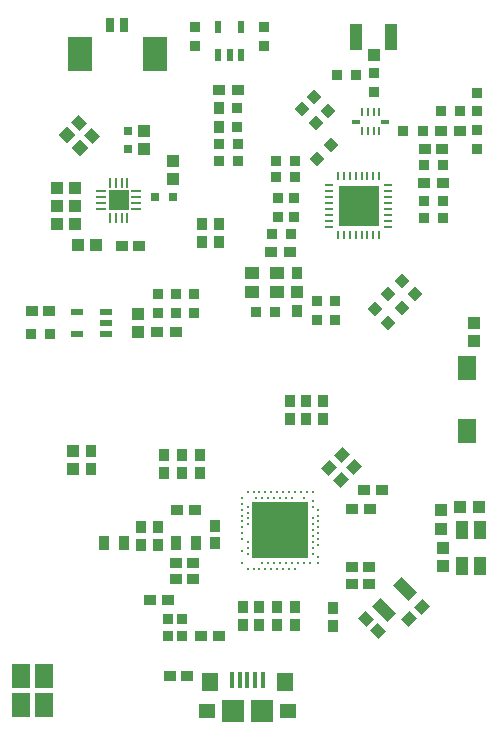
<source format=gtp>
G04*
G04 #@! TF.GenerationSoftware,Altium Limited,Altium Designer,18.1.6 (161)*
G04*
G04 Layer_Color=8421504*
%FSLAX25Y25*%
%MOIN*%
G70*
G01*
G75*
%ADD19R,0.03740X0.03937*%
%ADD20R,0.03937X0.03937*%
%ADD21R,0.04134X0.03543*%
%ADD22R,0.06299X0.07874*%
%ADD23R,0.03740X0.03543*%
%ADD24R,0.03937X0.04134*%
%ADD25R,0.03543X0.04134*%
%ADD26R,0.04331X0.05906*%
%ADD27R,0.03150X0.01181*%
%ADD28R,0.00984X0.03150*%
%ADD29R,0.01575X0.05315*%
%ADD30R,0.05512X0.06299*%
%ADD31R,0.05709X0.05118*%
%ADD32R,0.07480X0.07480*%
%ADD33R,0.03150X0.03150*%
G04:AMPARAMS|DCode=34|XSize=35.43mil|YSize=41.34mil|CornerRadius=0mil|HoleSize=0mil|Usage=FLASHONLY|Rotation=315.000|XOffset=0mil|YOffset=0mil|HoleType=Round|Shape=Rectangle|*
%AMROTATEDRECTD34*
4,1,4,-0.02714,-0.00209,0.00209,0.02714,0.02714,0.00209,-0.00209,-0.02714,-0.02714,-0.00209,0.0*
%
%ADD34ROTATEDRECTD34*%

%ADD35R,0.03937X0.03740*%
%ADD36R,0.13386X0.13583*%
%ADD37O,0.03150X0.00787*%
%ADD38O,0.00787X0.03150*%
%ADD39R,0.04134X0.08661*%
%ADD40R,0.03937X0.03937*%
%ADD41R,0.02362X0.04331*%
%ADD42R,0.03543X0.03740*%
%ADD43R,0.04134X0.03937*%
G04:AMPARAMS|DCode=44|XSize=35.43mil|YSize=37.4mil|CornerRadius=0mil|HoleSize=0mil|Usage=FLASHONLY|Rotation=225.000|XOffset=0mil|YOffset=0mil|HoleType=Round|Shape=Rectangle|*
%AMROTATEDRECTD44*
4,1,4,-0.00070,0.02575,0.02575,-0.00070,0.00070,-0.02575,-0.02575,0.00070,-0.00070,0.02575,0.0*
%
%ADD44ROTATEDRECTD44*%

G04:AMPARAMS|DCode=45|XSize=35.43mil|YSize=37.4mil|CornerRadius=0mil|HoleSize=0mil|Usage=FLASHONLY|Rotation=315.000|XOffset=0mil|YOffset=0mil|HoleType=Round|Shape=Rectangle|*
%AMROTATEDRECTD45*
4,1,4,-0.02575,-0.00070,0.00070,0.02575,0.02575,0.00070,-0.00070,-0.02575,-0.02575,-0.00070,0.0*
%
%ADD45ROTATEDRECTD45*%

%ADD46R,0.03661X0.04921*%
%ADD47R,0.03347X0.03740*%
G04:AMPARAMS|DCode=48|XSize=39.37mil|YSize=70.87mil|CornerRadius=0mil|HoleSize=0mil|Usage=FLASHONLY|Rotation=45.000|XOffset=0mil|YOffset=0mil|HoleType=Round|Shape=Rectangle|*
%AMROTATEDRECTD48*
4,1,4,0.01114,-0.03897,-0.03897,0.01114,-0.01114,0.03897,0.03897,-0.01114,0.01114,-0.03897,0.0*
%
%ADD48ROTATEDRECTD48*%

G04:AMPARAMS|DCode=49|XSize=35.43mil|YSize=41.34mil|CornerRadius=0mil|HoleSize=0mil|Usage=FLASHONLY|Rotation=225.000|XOffset=0mil|YOffset=0mil|HoleType=Round|Shape=Rectangle|*
%AMROTATEDRECTD49*
4,1,4,-0.00209,0.02714,0.02714,-0.00209,0.00209,-0.02714,-0.02714,0.00209,-0.00209,0.02714,0.0*
%
%ADD49ROTATEDRECTD49*%

%ADD50R,0.05118X0.04331*%
%ADD51R,0.03150X0.05118*%
%ADD52R,0.08268X0.11811*%
G04:AMPARAMS|DCode=53|XSize=39.37mil|YSize=41.34mil|CornerRadius=0mil|HoleSize=0mil|Usage=FLASHONLY|Rotation=225.000|XOffset=0mil|YOffset=0mil|HoleType=Round|Shape=Rectangle|*
%AMROTATEDRECTD53*
4,1,4,-0.00070,0.02854,0.02854,-0.00070,0.00070,-0.02854,-0.02854,0.00070,-0.00070,0.02854,0.0*
%
%ADD53ROTATEDRECTD53*%

%ADD54R,0.03150X0.03150*%
%ADD55R,0.06063X0.08032*%
%ADD56R,0.03583X0.03780*%
%ADD57R,0.19095X0.19095*%
%ADD58C,0.01181*%
%ADD59R,0.04331X0.02362*%
%ADD60R,0.00787X0.03347*%
%ADD61R,0.03347X0.00787*%
%ADD62R,0.06614X0.06614*%
D19*
X106550Y159299D02*
D03*
X106550Y146701D02*
D03*
X80550Y208000D02*
D03*
X80550Y214300D02*
D03*
D20*
X106550Y153000D02*
D03*
D21*
X155003Y200650D02*
D03*
X149097D02*
D03*
X130622Y61231D02*
D03*
X124717D02*
D03*
X130830Y80524D02*
D03*
X124924D02*
D03*
X134829Y87024D02*
D03*
X128924D02*
D03*
X64047Y25000D02*
D03*
X69953D02*
D03*
X66597Y80150D02*
D03*
X72503D02*
D03*
X72003Y57150D02*
D03*
X66097D02*
D03*
X63503Y50150D02*
D03*
X57597D02*
D03*
X74597Y38150D02*
D03*
X80503D02*
D03*
X130622Y55574D02*
D03*
X124717D02*
D03*
X72003Y62650D02*
D03*
X66097D02*
D03*
X54003Y168150D02*
D03*
X48097D02*
D03*
X23953Y146500D02*
D03*
X18047D02*
D03*
D22*
X163050Y127780D02*
D03*
Y106520D02*
D03*
D23*
X99220Y146130D02*
D03*
X92921D02*
D03*
X99400Y191150D02*
D03*
X105700D02*
D03*
X104349Y172150D02*
D03*
X98050D02*
D03*
X148900Y183150D02*
D03*
X155200D02*
D03*
X148900Y177650D02*
D03*
X155200D02*
D03*
X148900Y195150D02*
D03*
X155200D02*
D03*
X160700Y213150D02*
D03*
X154400D02*
D03*
X119900Y225150D02*
D03*
X126200D02*
D03*
X99400Y196650D02*
D03*
X105700D02*
D03*
X86700D02*
D03*
X80400Y196650D02*
D03*
X86700Y202150D02*
D03*
X80400Y202150D02*
D03*
X17850Y139000D02*
D03*
X24150D02*
D03*
D24*
X32000Y93949D02*
D03*
Y100051D02*
D03*
X155050Y61599D02*
D03*
Y67701D02*
D03*
X154550Y80201D02*
D03*
Y74099D02*
D03*
X165550Y136599D02*
D03*
Y142701D02*
D03*
X65050Y196701D02*
D03*
Y190599D02*
D03*
X55550Y200497D02*
D03*
Y206599D02*
D03*
X53550Y139599D02*
D03*
Y145701D02*
D03*
D25*
X37950Y93897D02*
D03*
Y99803D02*
D03*
X80439Y175628D02*
D03*
Y169722D02*
D03*
X74964Y175689D02*
D03*
X74964Y169783D02*
D03*
X74050Y92697D02*
D03*
X74050Y98603D02*
D03*
X68050Y92697D02*
D03*
Y98603D02*
D03*
X62050Y92697D02*
D03*
Y98603D02*
D03*
X79050Y75103D02*
D03*
Y69197D02*
D03*
X118377Y41721D02*
D03*
Y47627D02*
D03*
X105877Y42071D02*
D03*
Y47977D02*
D03*
X99877Y42071D02*
D03*
Y47977D02*
D03*
X93877Y42071D02*
D03*
Y47977D02*
D03*
X88377Y42071D02*
D03*
Y47977D02*
D03*
X115050Y116603D02*
D03*
Y110697D02*
D03*
X109550Y116603D02*
D03*
Y110697D02*
D03*
X104050Y116603D02*
D03*
Y110697D02*
D03*
X60050Y74603D02*
D03*
Y68697D02*
D03*
X54550Y74603D02*
D03*
Y68697D02*
D03*
D26*
X161597Y73555D02*
D03*
X167503Y73555D02*
D03*
Y61744D02*
D03*
X161597D02*
D03*
D27*
X135971Y209650D02*
D03*
X126129D02*
D03*
D28*
X134003Y212800D02*
D03*
X132034D02*
D03*
X130066D02*
D03*
X128097D02*
D03*
X134003Y206500D02*
D03*
X132034D02*
D03*
X130066D02*
D03*
X128097D02*
D03*
D29*
X95118Y23766D02*
D03*
X92559D02*
D03*
X90000D02*
D03*
X87441D02*
D03*
X84882D02*
D03*
D30*
X102598Y22880D02*
D03*
X77402D02*
D03*
D31*
X76516Y13234D02*
D03*
X103484D02*
D03*
D32*
X85276D02*
D03*
X94724D02*
D03*
D33*
X50050Y206548D02*
D03*
X50050Y200642D02*
D03*
D34*
X121465Y98612D02*
D03*
X117289Y94436D02*
D03*
X125465Y94612D02*
D03*
X121289Y90436D02*
D03*
X143912Y43912D02*
D03*
X148088Y48088D02*
D03*
D35*
X97900Y166150D02*
D03*
X104200D02*
D03*
X155200Y189150D02*
D03*
X148900D02*
D03*
X160700Y206650D02*
D03*
X154400D02*
D03*
X86700Y220150D02*
D03*
X80400D02*
D03*
X66200Y139650D02*
D03*
X59900D02*
D03*
D36*
X127050Y181650D02*
D03*
D37*
X117208Y174760D02*
D03*
Y176729D02*
D03*
Y178697D02*
D03*
Y180666D02*
D03*
Y182634D02*
D03*
Y184603D02*
D03*
Y186571D02*
D03*
Y188540D02*
D03*
X136892D02*
D03*
Y186571D02*
D03*
Y184603D02*
D03*
Y182634D02*
D03*
Y180666D02*
D03*
Y178697D02*
D03*
Y176729D02*
D03*
Y174760D02*
D03*
D38*
X120160Y191492D02*
D03*
X122129D02*
D03*
X124097D02*
D03*
X126066D02*
D03*
X128034D02*
D03*
X130003D02*
D03*
X131971D02*
D03*
X133940D02*
D03*
Y171808D02*
D03*
X131971D02*
D03*
X130003D02*
D03*
X128034D02*
D03*
X126066D02*
D03*
X124097D02*
D03*
X122129D02*
D03*
X120160D02*
D03*
D39*
X137861Y238000D02*
D03*
X126247D02*
D03*
D40*
X132054Y232095D02*
D03*
D41*
X80310Y231926D02*
D03*
X84050Y231926D02*
D03*
X87790D02*
D03*
Y241374D02*
D03*
X80310D02*
D03*
D42*
X72550Y235000D02*
D03*
Y241300D02*
D03*
X113050Y143500D02*
D03*
Y149800D02*
D03*
X119050Y143500D02*
D03*
Y149800D02*
D03*
X100050Y184300D02*
D03*
Y178000D02*
D03*
X105550Y184300D02*
D03*
Y178000D02*
D03*
X166550Y200500D02*
D03*
Y206800D02*
D03*
X166550Y219449D02*
D03*
X166550Y213150D02*
D03*
X86550Y208000D02*
D03*
Y214300D02*
D03*
X132050Y219500D02*
D03*
Y225800D02*
D03*
X60050Y152300D02*
D03*
Y146000D02*
D03*
X66050Y152300D02*
D03*
Y146000D02*
D03*
X72050Y152300D02*
D03*
Y146000D02*
D03*
X95550Y241300D02*
D03*
Y235000D02*
D03*
D43*
X160999Y81150D02*
D03*
X167101D02*
D03*
X32652Y175548D02*
D03*
X26550D02*
D03*
X32601Y181650D02*
D03*
X26499D02*
D03*
X32601Y187650D02*
D03*
X26499D02*
D03*
X39601Y168650D02*
D03*
X33499D02*
D03*
D44*
X136925Y142722D02*
D03*
X132470Y147177D02*
D03*
X145924Y152223D02*
D03*
X141470Y156677D02*
D03*
X116777Y213423D02*
D03*
X112323Y217877D02*
D03*
X108323Y213877D02*
D03*
X112777Y209423D02*
D03*
X141425Y147722D02*
D03*
X136970Y152177D02*
D03*
D45*
X117777Y201877D02*
D03*
X113323Y197423D02*
D03*
D46*
X66164Y69150D02*
D03*
X72936D02*
D03*
X48936D02*
D03*
X42164D02*
D03*
D47*
X68141Y38170D02*
D03*
X63613Y38170D02*
D03*
Y43878D02*
D03*
X68141D02*
D03*
D48*
X142357Y54004D02*
D03*
X135397Y47044D02*
D03*
D49*
X133588Y39912D02*
D03*
X129412Y44088D02*
D03*
X33962Y209238D02*
D03*
X38138Y205062D02*
D03*
D50*
X91416Y152902D02*
D03*
X99684D02*
D03*
Y159398D02*
D03*
X91416D02*
D03*
D51*
X44089Y241796D02*
D03*
X49011Y241796D02*
D03*
D52*
X59050Y232150D02*
D03*
X34050Y232150D02*
D03*
D53*
X29893Y205308D02*
D03*
X34207Y200992D02*
D03*
D54*
X65050Y184548D02*
D03*
X59145D02*
D03*
D55*
X14500Y25000D02*
D03*
X22098Y25000D02*
D03*
X14500Y15394D02*
D03*
X22098D02*
D03*
D56*
X148377Y206650D02*
D03*
X141723D02*
D03*
D57*
X100877Y73524D02*
D03*
D58*
X90050Y86319D02*
D03*
X92019D02*
D03*
X93987D02*
D03*
X95955D02*
D03*
X97924D02*
D03*
X99892D02*
D03*
X101861D02*
D03*
X103830D02*
D03*
X105798D02*
D03*
X111704D02*
D03*
X88082Y84351D02*
D03*
X93003D02*
D03*
X94971D02*
D03*
X96940D02*
D03*
X98908D02*
D03*
X100877D02*
D03*
X102845D02*
D03*
X104814D02*
D03*
X108751D02*
D03*
X111704Y83367D02*
D03*
X88082Y82382D02*
D03*
X90050Y81398D02*
D03*
X111704D02*
D03*
X88082Y80414D02*
D03*
X113672D02*
D03*
X90050Y79430D02*
D03*
X88082Y78445D02*
D03*
X113672D02*
D03*
X90050Y77461D02*
D03*
X111704D02*
D03*
X88082Y76477D02*
D03*
X113672D02*
D03*
X90050Y75493D02*
D03*
X111704D02*
D03*
X88082Y74508D02*
D03*
X113672D02*
D03*
X111704Y73524D02*
D03*
X88082Y72540D02*
D03*
X113672D02*
D03*
X111704Y71556D02*
D03*
X88082Y70571D02*
D03*
X113672D02*
D03*
X90050Y69587D02*
D03*
X111704D02*
D03*
X113672Y68603D02*
D03*
X90050Y67619D02*
D03*
X111704D02*
D03*
X88082Y66634D02*
D03*
X111704Y65650D02*
D03*
X113672Y64666D02*
D03*
X90050Y65650D02*
D03*
X88082Y62697D02*
D03*
X94971D02*
D03*
X96940D02*
D03*
X98908D02*
D03*
X100877D02*
D03*
X102845D02*
D03*
X104814D02*
D03*
X106782D02*
D03*
X108751D02*
D03*
X110719D02*
D03*
X113672D02*
D03*
X90050Y60729D02*
D03*
X93987D02*
D03*
X95955D02*
D03*
X97924D02*
D03*
X99892D02*
D03*
X101861D02*
D03*
X103830D02*
D03*
X105798D02*
D03*
X92019D02*
D03*
X109735Y86319D02*
D03*
X107766D02*
D03*
D59*
X42774Y138910D02*
D03*
Y142650D02*
D03*
Y146390D02*
D03*
X33326D02*
D03*
Y138910D02*
D03*
D60*
X44097Y177780D02*
D03*
X46066D02*
D03*
X48034D02*
D03*
X50003D02*
D03*
Y189315D02*
D03*
X48034D02*
D03*
X46066D02*
D03*
X44097D02*
D03*
D61*
X52818Y180595D02*
D03*
Y182563D02*
D03*
Y184532D02*
D03*
Y186500D02*
D03*
X41282D02*
D03*
Y184532D02*
D03*
Y182563D02*
D03*
Y180595D02*
D03*
D62*
X47050Y183548D02*
D03*
M02*

</source>
